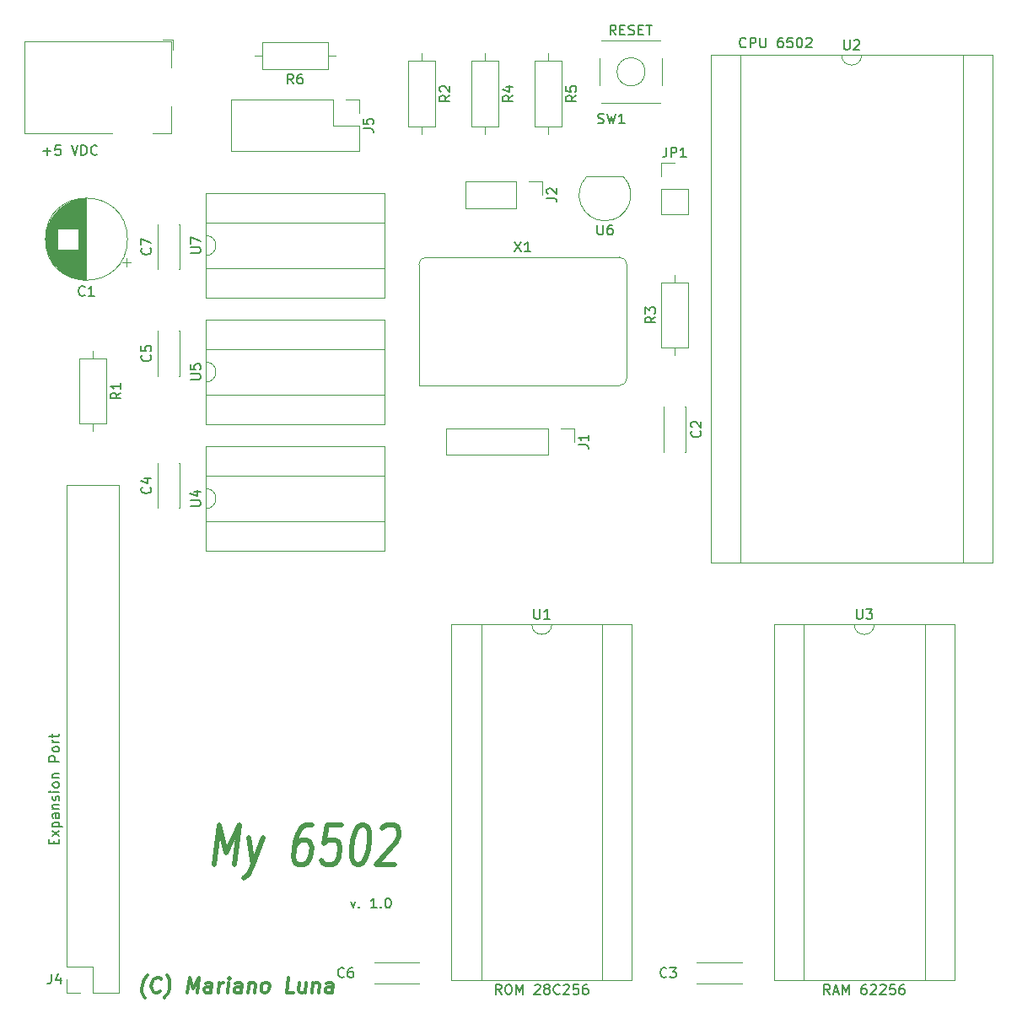
<source format=gto>
G04 #@! TF.GenerationSoftware,KiCad,Pcbnew,(5.1.9-0-10_14)*
G04 #@! TF.CreationDate,2022-09-06T12:43:13-05:00*
G04 #@! TF.ProjectId,My6502,4d793635-3032-42e6-9b69-6361645f7063,rev?*
G04 #@! TF.SameCoordinates,Original*
G04 #@! TF.FileFunction,Legend,Top*
G04 #@! TF.FilePolarity,Positive*
%FSLAX46Y46*%
G04 Gerber Fmt 4.6, Leading zero omitted, Abs format (unit mm)*
G04 Created by KiCad (PCBNEW (5.1.9-0-10_14)) date 2022-09-06 12:43:13*
%MOMM*%
%LPD*%
G01*
G04 APERTURE LIST*
%ADD10C,0.150000*%
%ADD11C,0.300000*%
%ADD12C,0.500000*%
%ADD13C,0.120000*%
G04 APERTURE END LIST*
D10*
X63992380Y-138850714D02*
X64230476Y-139517380D01*
X64468571Y-138850714D01*
X64849523Y-139422142D02*
X64897142Y-139469761D01*
X64849523Y-139517380D01*
X64801904Y-139469761D01*
X64849523Y-139422142D01*
X64849523Y-139517380D01*
X66611428Y-139517380D02*
X66040000Y-139517380D01*
X66325714Y-139517380D02*
X66325714Y-138517380D01*
X66230476Y-138660238D01*
X66135238Y-138755476D01*
X66040000Y-138803095D01*
X67040000Y-139422142D02*
X67087619Y-139469761D01*
X67040000Y-139517380D01*
X66992380Y-139469761D01*
X67040000Y-139422142D01*
X67040000Y-139517380D01*
X67706666Y-138517380D02*
X67801904Y-138517380D01*
X67897142Y-138565000D01*
X67944761Y-138612619D01*
X67992380Y-138707857D01*
X68040000Y-138898333D01*
X68040000Y-139136428D01*
X67992380Y-139326904D01*
X67944761Y-139422142D01*
X67897142Y-139469761D01*
X67801904Y-139517380D01*
X67706666Y-139517380D01*
X67611428Y-139469761D01*
X67563809Y-139422142D01*
X67516190Y-139326904D01*
X67468571Y-139136428D01*
X67468571Y-138898333D01*
X67516190Y-138707857D01*
X67563809Y-138612619D01*
X67611428Y-138565000D01*
X67706666Y-138517380D01*
D11*
X43334642Y-148570000D02*
X43272142Y-148498571D01*
X43156071Y-148284285D01*
X43102499Y-148141428D01*
X43057857Y-147927142D01*
X43031071Y-147570000D01*
X43066785Y-147284285D01*
X43182857Y-146927142D01*
X43281071Y-146712857D01*
X43370357Y-146570000D01*
X43539999Y-146355714D01*
X43620357Y-146284285D01*
X44852499Y-147855714D02*
X44772142Y-147927142D01*
X44548928Y-147998571D01*
X44406071Y-147998571D01*
X44200714Y-147927142D01*
X44075714Y-147784285D01*
X44022142Y-147641428D01*
X43986428Y-147355714D01*
X44013214Y-147141428D01*
X44120357Y-146855714D01*
X44209642Y-146712857D01*
X44370357Y-146570000D01*
X44593571Y-146498571D01*
X44736428Y-146498571D01*
X44941785Y-146570000D01*
X45004285Y-146641428D01*
X45263214Y-148570000D02*
X45343571Y-148498571D01*
X45513214Y-148284285D01*
X45602499Y-148141428D01*
X45700714Y-147927142D01*
X45816785Y-147570000D01*
X45852499Y-147284285D01*
X45825714Y-146927142D01*
X45781071Y-146712857D01*
X45727499Y-146570000D01*
X45611428Y-146355714D01*
X45548928Y-146284285D01*
X47620357Y-147998571D02*
X47807857Y-146498571D01*
X48173928Y-147570000D01*
X48807857Y-146498571D01*
X48620357Y-147998571D01*
X49977499Y-147998571D02*
X50075714Y-147212857D01*
X50022142Y-147070000D01*
X49888214Y-146998571D01*
X49602499Y-146998571D01*
X49450714Y-147070000D01*
X49986428Y-147927142D02*
X49834642Y-147998571D01*
X49477499Y-147998571D01*
X49343571Y-147927142D01*
X49289999Y-147784285D01*
X49307857Y-147641428D01*
X49397142Y-147498571D01*
X49548928Y-147427142D01*
X49906071Y-147427142D01*
X50057857Y-147355714D01*
X50691785Y-147998571D02*
X50816785Y-146998571D01*
X50781071Y-147284285D02*
X50870357Y-147141428D01*
X50950714Y-147070000D01*
X51102499Y-146998571D01*
X51245357Y-146998571D01*
X51620357Y-147998571D02*
X51745357Y-146998571D01*
X51807857Y-146498571D02*
X51727499Y-146570000D01*
X51789999Y-146641428D01*
X51870357Y-146570000D01*
X51807857Y-146498571D01*
X51789999Y-146641428D01*
X52977499Y-147998571D02*
X53075714Y-147212857D01*
X53022142Y-147070000D01*
X52888214Y-146998571D01*
X52602499Y-146998571D01*
X52450714Y-147070000D01*
X52986428Y-147927142D02*
X52834642Y-147998571D01*
X52477499Y-147998571D01*
X52343571Y-147927142D01*
X52289999Y-147784285D01*
X52307857Y-147641428D01*
X52397142Y-147498571D01*
X52548928Y-147427142D01*
X52906071Y-147427142D01*
X53057857Y-147355714D01*
X53816785Y-146998571D02*
X53691785Y-147998571D01*
X53798928Y-147141428D02*
X53879285Y-147070000D01*
X54031071Y-146998571D01*
X54245357Y-146998571D01*
X54379285Y-147070000D01*
X54432857Y-147212857D01*
X54334642Y-147998571D01*
X55263214Y-147998571D02*
X55129285Y-147927142D01*
X55066785Y-147855714D01*
X55013214Y-147712857D01*
X55066785Y-147284285D01*
X55156071Y-147141428D01*
X55236428Y-147070000D01*
X55388214Y-146998571D01*
X55602499Y-146998571D01*
X55736428Y-147070000D01*
X55798928Y-147141428D01*
X55852499Y-147284285D01*
X55798928Y-147712857D01*
X55709642Y-147855714D01*
X55629285Y-147927142D01*
X55477499Y-147998571D01*
X55263214Y-147998571D01*
X58263214Y-147998571D02*
X57548928Y-147998571D01*
X57736428Y-146498571D01*
X59531071Y-146998571D02*
X59406071Y-147998571D01*
X58888214Y-146998571D02*
X58789999Y-147784285D01*
X58843571Y-147927142D01*
X58977499Y-147998571D01*
X59191785Y-147998571D01*
X59343571Y-147927142D01*
X59423928Y-147855714D01*
X60245357Y-146998571D02*
X60120357Y-147998571D01*
X60227499Y-147141428D02*
X60307857Y-147070000D01*
X60459642Y-146998571D01*
X60673928Y-146998571D01*
X60807857Y-147070000D01*
X60861428Y-147212857D01*
X60763214Y-147998571D01*
X62120357Y-147998571D02*
X62218571Y-147212857D01*
X62164999Y-147070000D01*
X62031071Y-146998571D01*
X61745357Y-146998571D01*
X61593571Y-147070000D01*
X62129285Y-147927142D02*
X61977499Y-147998571D01*
X61620357Y-147998571D01*
X61486428Y-147927142D01*
X61432857Y-147784285D01*
X61450714Y-147641428D01*
X61539999Y-147498571D01*
X61691785Y-147427142D01*
X62048928Y-147427142D01*
X62200714Y-147355714D01*
D12*
X50298184Y-135159523D02*
X50798184Y-131159523D01*
X51441041Y-134016666D01*
X52798184Y-131159523D01*
X52298184Y-135159523D01*
X53774375Y-132492857D02*
X54155327Y-135159523D01*
X55202946Y-132492857D02*
X54155327Y-135159523D01*
X53750565Y-136111904D01*
X53583898Y-136302380D01*
X53274375Y-136492857D01*
X60083898Y-131159523D02*
X59512470Y-131159523D01*
X59202946Y-131350000D01*
X59036279Y-131540476D01*
X58679136Y-132111904D01*
X58441041Y-132873809D01*
X58250565Y-134397619D01*
X58345803Y-134778571D01*
X58464851Y-134969047D01*
X58726755Y-135159523D01*
X59298184Y-135159523D01*
X59607708Y-134969047D01*
X59774375Y-134778571D01*
X59964851Y-134397619D01*
X60083898Y-133445238D01*
X59988660Y-133064285D01*
X59869613Y-132873809D01*
X59607708Y-132683333D01*
X59036279Y-132683333D01*
X58726755Y-132873809D01*
X58560089Y-133064285D01*
X58369613Y-133445238D01*
X63083898Y-131159523D02*
X61655327Y-131159523D01*
X61274375Y-133064285D01*
X61441041Y-132873809D01*
X61750565Y-132683333D01*
X62464851Y-132683333D01*
X62726755Y-132873809D01*
X62845803Y-133064285D01*
X62941041Y-133445238D01*
X62821994Y-134397619D01*
X62631517Y-134778571D01*
X62464851Y-134969047D01*
X62155327Y-135159523D01*
X61441041Y-135159523D01*
X61179136Y-134969047D01*
X61060089Y-134778571D01*
X65083898Y-131159523D02*
X65369613Y-131159523D01*
X65631517Y-131350000D01*
X65750565Y-131540476D01*
X65845803Y-131921428D01*
X65893422Y-132683333D01*
X65774375Y-133635714D01*
X65536279Y-134397619D01*
X65345803Y-134778571D01*
X65179136Y-134969047D01*
X64869613Y-135159523D01*
X64583898Y-135159523D01*
X64321994Y-134969047D01*
X64202946Y-134778571D01*
X64107708Y-134397619D01*
X64060089Y-133635714D01*
X64179136Y-132683333D01*
X64417232Y-131921428D01*
X64607708Y-131540476D01*
X64774375Y-131350000D01*
X65083898Y-131159523D01*
X67179136Y-131540476D02*
X67345803Y-131350000D01*
X67655327Y-131159523D01*
X68369613Y-131159523D01*
X68631517Y-131350000D01*
X68750565Y-131540476D01*
X68845803Y-131921428D01*
X68798184Y-132302380D01*
X68583898Y-132873809D01*
X66583898Y-135159523D01*
X68441041Y-135159523D01*
D13*
X114570000Y-111065000D02*
X109510000Y-111065000D01*
X109510000Y-111065000D02*
X109510000Y-146745000D01*
X109510000Y-146745000D02*
X121630000Y-146745000D01*
X121630000Y-146745000D02*
X121630000Y-111065000D01*
X121630000Y-111065000D02*
X116570000Y-111065000D01*
X106510000Y-111005000D02*
X106510000Y-146805000D01*
X106510000Y-146805000D02*
X124630000Y-146805000D01*
X124630000Y-146805000D02*
X124630000Y-111005000D01*
X124630000Y-111005000D02*
X106510000Y-111005000D01*
X116570000Y-111065000D02*
G75*
G02*
X114570000Y-111065000I-1000000J0D01*
G01*
X41590000Y-72390000D02*
G75*
G03*
X41590000Y-72390000I-4120000J0D01*
G01*
X37470000Y-76470000D02*
X37470000Y-68310000D01*
X37430000Y-76470000D02*
X37430000Y-68310000D01*
X37390000Y-76470000D02*
X37390000Y-68310000D01*
X37350000Y-76469000D02*
X37350000Y-68311000D01*
X37310000Y-76467000D02*
X37310000Y-68313000D01*
X37270000Y-76466000D02*
X37270000Y-68314000D01*
X37230000Y-76464000D02*
X37230000Y-68316000D01*
X37190000Y-76461000D02*
X37190000Y-68319000D01*
X37150000Y-76458000D02*
X37150000Y-68322000D01*
X37110000Y-76455000D02*
X37110000Y-68325000D01*
X37070000Y-76451000D02*
X37070000Y-68329000D01*
X37030000Y-76447000D02*
X37030000Y-68333000D01*
X36990000Y-76442000D02*
X36990000Y-68338000D01*
X36950000Y-76438000D02*
X36950000Y-68342000D01*
X36910000Y-76432000D02*
X36910000Y-68348000D01*
X36870000Y-76427000D02*
X36870000Y-68353000D01*
X36830000Y-76420000D02*
X36830000Y-68360000D01*
X36790000Y-76414000D02*
X36790000Y-68366000D01*
X36749000Y-76407000D02*
X36749000Y-68373000D01*
X36709000Y-76400000D02*
X36709000Y-68380000D01*
X36669000Y-76392000D02*
X36669000Y-68388000D01*
X36629000Y-76384000D02*
X36629000Y-68396000D01*
X36589000Y-76375000D02*
X36589000Y-73430000D01*
X36589000Y-71350000D02*
X36589000Y-68405000D01*
X36549000Y-76366000D02*
X36549000Y-73430000D01*
X36549000Y-71350000D02*
X36549000Y-68414000D01*
X36509000Y-76357000D02*
X36509000Y-73430000D01*
X36509000Y-71350000D02*
X36509000Y-68423000D01*
X36469000Y-76347000D02*
X36469000Y-73430000D01*
X36469000Y-71350000D02*
X36469000Y-68433000D01*
X36429000Y-76337000D02*
X36429000Y-73430000D01*
X36429000Y-71350000D02*
X36429000Y-68443000D01*
X36389000Y-76326000D02*
X36389000Y-73430000D01*
X36389000Y-71350000D02*
X36389000Y-68454000D01*
X36349000Y-76315000D02*
X36349000Y-73430000D01*
X36349000Y-71350000D02*
X36349000Y-68465000D01*
X36309000Y-76304000D02*
X36309000Y-73430000D01*
X36309000Y-71350000D02*
X36309000Y-68476000D01*
X36269000Y-76292000D02*
X36269000Y-73430000D01*
X36269000Y-71350000D02*
X36269000Y-68488000D01*
X36229000Y-76279000D02*
X36229000Y-73430000D01*
X36229000Y-71350000D02*
X36229000Y-68501000D01*
X36189000Y-76267000D02*
X36189000Y-73430000D01*
X36189000Y-71350000D02*
X36189000Y-68513000D01*
X36149000Y-76253000D02*
X36149000Y-73430000D01*
X36149000Y-71350000D02*
X36149000Y-68527000D01*
X36109000Y-76240000D02*
X36109000Y-73430000D01*
X36109000Y-71350000D02*
X36109000Y-68540000D01*
X36069000Y-76225000D02*
X36069000Y-73430000D01*
X36069000Y-71350000D02*
X36069000Y-68555000D01*
X36029000Y-76211000D02*
X36029000Y-73430000D01*
X36029000Y-71350000D02*
X36029000Y-68569000D01*
X35989000Y-76195000D02*
X35989000Y-73430000D01*
X35989000Y-71350000D02*
X35989000Y-68585000D01*
X35949000Y-76180000D02*
X35949000Y-73430000D01*
X35949000Y-71350000D02*
X35949000Y-68600000D01*
X35909000Y-76164000D02*
X35909000Y-73430000D01*
X35909000Y-71350000D02*
X35909000Y-68616000D01*
X35869000Y-76147000D02*
X35869000Y-73430000D01*
X35869000Y-71350000D02*
X35869000Y-68633000D01*
X35829000Y-76130000D02*
X35829000Y-73430000D01*
X35829000Y-71350000D02*
X35829000Y-68650000D01*
X35789000Y-76112000D02*
X35789000Y-73430000D01*
X35789000Y-71350000D02*
X35789000Y-68668000D01*
X35749000Y-76094000D02*
X35749000Y-73430000D01*
X35749000Y-71350000D02*
X35749000Y-68686000D01*
X35709000Y-76076000D02*
X35709000Y-73430000D01*
X35709000Y-71350000D02*
X35709000Y-68704000D01*
X35669000Y-76056000D02*
X35669000Y-73430000D01*
X35669000Y-71350000D02*
X35669000Y-68724000D01*
X35629000Y-76037000D02*
X35629000Y-73430000D01*
X35629000Y-71350000D02*
X35629000Y-68743000D01*
X35589000Y-76017000D02*
X35589000Y-73430000D01*
X35589000Y-71350000D02*
X35589000Y-68763000D01*
X35549000Y-75996000D02*
X35549000Y-73430000D01*
X35549000Y-71350000D02*
X35549000Y-68784000D01*
X35509000Y-75974000D02*
X35509000Y-73430000D01*
X35509000Y-71350000D02*
X35509000Y-68806000D01*
X35469000Y-75952000D02*
X35469000Y-73430000D01*
X35469000Y-71350000D02*
X35469000Y-68828000D01*
X35429000Y-75930000D02*
X35429000Y-73430000D01*
X35429000Y-71350000D02*
X35429000Y-68850000D01*
X35389000Y-75907000D02*
X35389000Y-73430000D01*
X35389000Y-71350000D02*
X35389000Y-68873000D01*
X35349000Y-75883000D02*
X35349000Y-73430000D01*
X35349000Y-71350000D02*
X35349000Y-68897000D01*
X35309000Y-75859000D02*
X35309000Y-73430000D01*
X35309000Y-71350000D02*
X35309000Y-68921000D01*
X35269000Y-75834000D02*
X35269000Y-73430000D01*
X35269000Y-71350000D02*
X35269000Y-68946000D01*
X35229000Y-75808000D02*
X35229000Y-73430000D01*
X35229000Y-71350000D02*
X35229000Y-68972000D01*
X35189000Y-75782000D02*
X35189000Y-73430000D01*
X35189000Y-71350000D02*
X35189000Y-68998000D01*
X35149000Y-75755000D02*
X35149000Y-73430000D01*
X35149000Y-71350000D02*
X35149000Y-69025000D01*
X35109000Y-75728000D02*
X35109000Y-73430000D01*
X35109000Y-71350000D02*
X35109000Y-69052000D01*
X35069000Y-75699000D02*
X35069000Y-73430000D01*
X35069000Y-71350000D02*
X35069000Y-69081000D01*
X35029000Y-75670000D02*
X35029000Y-73430000D01*
X35029000Y-71350000D02*
X35029000Y-69110000D01*
X34989000Y-75640000D02*
X34989000Y-73430000D01*
X34989000Y-71350000D02*
X34989000Y-69140000D01*
X34949000Y-75610000D02*
X34949000Y-73430000D01*
X34949000Y-71350000D02*
X34949000Y-69170000D01*
X34909000Y-75579000D02*
X34909000Y-73430000D01*
X34909000Y-71350000D02*
X34909000Y-69201000D01*
X34869000Y-75546000D02*
X34869000Y-73430000D01*
X34869000Y-71350000D02*
X34869000Y-69234000D01*
X34829000Y-75514000D02*
X34829000Y-73430000D01*
X34829000Y-71350000D02*
X34829000Y-69266000D01*
X34789000Y-75480000D02*
X34789000Y-73430000D01*
X34789000Y-71350000D02*
X34789000Y-69300000D01*
X34749000Y-75445000D02*
X34749000Y-73430000D01*
X34749000Y-71350000D02*
X34749000Y-69335000D01*
X34709000Y-75409000D02*
X34709000Y-73430000D01*
X34709000Y-71350000D02*
X34709000Y-69371000D01*
X34669000Y-75373000D02*
X34669000Y-73430000D01*
X34669000Y-71350000D02*
X34669000Y-69407000D01*
X34629000Y-75335000D02*
X34629000Y-73430000D01*
X34629000Y-71350000D02*
X34629000Y-69445000D01*
X34589000Y-75297000D02*
X34589000Y-73430000D01*
X34589000Y-71350000D02*
X34589000Y-69483000D01*
X34549000Y-75257000D02*
X34549000Y-73430000D01*
X34549000Y-71350000D02*
X34549000Y-69523000D01*
X34509000Y-75216000D02*
X34509000Y-69564000D01*
X34469000Y-75174000D02*
X34469000Y-69606000D01*
X34429000Y-75131000D02*
X34429000Y-69649000D01*
X34389000Y-75087000D02*
X34389000Y-69693000D01*
X34349000Y-75041000D02*
X34349000Y-69739000D01*
X34309000Y-74994000D02*
X34309000Y-69786000D01*
X34269000Y-74946000D02*
X34269000Y-69834000D01*
X34229000Y-74895000D02*
X34229000Y-69885000D01*
X34189000Y-74844000D02*
X34189000Y-69936000D01*
X34149000Y-74790000D02*
X34149000Y-69990000D01*
X34109000Y-74735000D02*
X34109000Y-70045000D01*
X34069000Y-74677000D02*
X34069000Y-70103000D01*
X34029000Y-74618000D02*
X34029000Y-70162000D01*
X33989000Y-74556000D02*
X33989000Y-70224000D01*
X33949000Y-74492000D02*
X33949000Y-70288000D01*
X33909000Y-74424000D02*
X33909000Y-70356000D01*
X33869000Y-74354000D02*
X33869000Y-70426000D01*
X33829000Y-74280000D02*
X33829000Y-70500000D01*
X33789000Y-74203000D02*
X33789000Y-70577000D01*
X33749000Y-74121000D02*
X33749000Y-70659000D01*
X33709000Y-74035000D02*
X33709000Y-70745000D01*
X33669000Y-73942000D02*
X33669000Y-70838000D01*
X33629000Y-73843000D02*
X33629000Y-70937000D01*
X33589000Y-73736000D02*
X33589000Y-71044000D01*
X33549000Y-73619000D02*
X33549000Y-71161000D01*
X33509000Y-73488000D02*
X33509000Y-71292000D01*
X33469000Y-73338000D02*
X33469000Y-71442000D01*
X33429000Y-73158000D02*
X33429000Y-71622000D01*
X33389000Y-72923000D02*
X33389000Y-71857000D01*
X41879698Y-74705000D02*
X41079698Y-74705000D01*
X41479698Y-75105000D02*
X41479698Y-74305000D01*
X97590000Y-89210000D02*
X97590000Y-93750000D01*
X95450000Y-89210000D02*
X95450000Y-93750000D01*
X97590000Y-89210000D02*
X97575000Y-89210000D01*
X95465000Y-89210000D02*
X95450000Y-89210000D01*
X97590000Y-93750000D02*
X97575000Y-93750000D01*
X95465000Y-93750000D02*
X95450000Y-93750000D01*
X103275000Y-147105000D02*
X103275000Y-147120000D01*
X103275000Y-144980000D02*
X103275000Y-144995000D01*
X98735000Y-147105000D02*
X98735000Y-147120000D01*
X98735000Y-144980000D02*
X98735000Y-144995000D01*
X98735000Y-147120000D02*
X103275000Y-147120000D01*
X98735000Y-144980000D02*
X103275000Y-144980000D01*
X44650000Y-99385000D02*
X44650000Y-94845000D01*
X46790000Y-99385000D02*
X46790000Y-94845000D01*
X44650000Y-99385000D02*
X44665000Y-99385000D01*
X46775000Y-99385000D02*
X46790000Y-99385000D01*
X44650000Y-94845000D02*
X44665000Y-94845000D01*
X46775000Y-94845000D02*
X46790000Y-94845000D01*
X46775000Y-81590000D02*
X46790000Y-81590000D01*
X44650000Y-81590000D02*
X44665000Y-81590000D01*
X46775000Y-86130000D02*
X46790000Y-86130000D01*
X44650000Y-86130000D02*
X44665000Y-86130000D01*
X46790000Y-86130000D02*
X46790000Y-81590000D01*
X44650000Y-86130000D02*
X44650000Y-81590000D01*
X66350000Y-144980000D02*
X70890000Y-144980000D01*
X66350000Y-147120000D02*
X70890000Y-147120000D01*
X66350000Y-144980000D02*
X66350000Y-144995000D01*
X66350000Y-147105000D02*
X66350000Y-147120000D01*
X70890000Y-144980000D02*
X70890000Y-144995000D01*
X70890000Y-147105000D02*
X70890000Y-147120000D01*
X46775000Y-70875000D02*
X46790000Y-70875000D01*
X44650000Y-70875000D02*
X44665000Y-70875000D01*
X46775000Y-75415000D02*
X46790000Y-75415000D01*
X44650000Y-75415000D02*
X44665000Y-75415000D01*
X46790000Y-75415000D02*
X46790000Y-70875000D01*
X44650000Y-75415000D02*
X44650000Y-70875000D01*
X73600000Y-91380000D02*
X73600000Y-94040000D01*
X83820000Y-91380000D02*
X73600000Y-91380000D01*
X83820000Y-94040000D02*
X73600000Y-94040000D01*
X83820000Y-91380000D02*
X83820000Y-94040000D01*
X85090000Y-91380000D02*
X86420000Y-91380000D01*
X86420000Y-91380000D02*
X86420000Y-92710000D01*
X75505000Y-66615000D02*
X75505000Y-69275000D01*
X80645000Y-66615000D02*
X75505000Y-66615000D01*
X80645000Y-69275000D02*
X75505000Y-69275000D01*
X80645000Y-66615000D02*
X80645000Y-69275000D01*
X81915000Y-66615000D02*
X83245000Y-66615000D01*
X83245000Y-66615000D02*
X83245000Y-67945000D01*
X46185000Y-53400000D02*
X46185000Y-52350000D01*
X45135000Y-52350000D02*
X46185000Y-52350000D01*
X40085000Y-61750000D02*
X31285000Y-61750000D01*
X31285000Y-61750000D02*
X31285000Y-52550000D01*
X45985000Y-59050000D02*
X45985000Y-61750000D01*
X45985000Y-61750000D02*
X44085000Y-61750000D01*
X31285000Y-52550000D02*
X45985000Y-52550000D01*
X45985000Y-52550000D02*
X45985000Y-55150000D01*
X40700000Y-148015000D02*
X38100000Y-148015000D01*
X40700000Y-148015000D02*
X40700000Y-97095000D01*
X40700000Y-97095000D02*
X35500000Y-97095000D01*
X35500000Y-145415000D02*
X35500000Y-97095000D01*
X38100000Y-145415000D02*
X35500000Y-145415000D01*
X38100000Y-148015000D02*
X38100000Y-145415000D01*
X35500000Y-148015000D02*
X35500000Y-146685000D01*
X36830000Y-148015000D02*
X35500000Y-148015000D01*
X52010000Y-58360000D02*
X52010000Y-63560000D01*
X62230000Y-58360000D02*
X52010000Y-58360000D01*
X64830000Y-63560000D02*
X52010000Y-63560000D01*
X62230000Y-58360000D02*
X62230000Y-60960000D01*
X62230000Y-60960000D02*
X64830000Y-60960000D01*
X64830000Y-60960000D02*
X64830000Y-63560000D01*
X63500000Y-58360000D02*
X64830000Y-58360000D01*
X64830000Y-58360000D02*
X64830000Y-59690000D01*
X95190000Y-69910000D02*
X97850000Y-69910000D01*
X95190000Y-67310000D02*
X95190000Y-69910000D01*
X97850000Y-67310000D02*
X97850000Y-69910000D01*
X95190000Y-67310000D02*
X97850000Y-67310000D01*
X95190000Y-66040000D02*
X95190000Y-64710000D01*
X95190000Y-64710000D02*
X96520000Y-64710000D01*
X38100000Y-91670000D02*
X38100000Y-90900000D01*
X38100000Y-83590000D02*
X38100000Y-84360000D01*
X39470000Y-90900000D02*
X39470000Y-84360000D01*
X36730000Y-90900000D02*
X39470000Y-90900000D01*
X36730000Y-84360000D02*
X36730000Y-90900000D01*
X39470000Y-84360000D02*
X36730000Y-84360000D01*
X72490000Y-54515000D02*
X69750000Y-54515000D01*
X69750000Y-54515000D02*
X69750000Y-61055000D01*
X69750000Y-61055000D02*
X72490000Y-61055000D01*
X72490000Y-61055000D02*
X72490000Y-54515000D01*
X71120000Y-53745000D02*
X71120000Y-54515000D01*
X71120000Y-61825000D02*
X71120000Y-61055000D01*
X95150000Y-83280000D02*
X97890000Y-83280000D01*
X97890000Y-83280000D02*
X97890000Y-76740000D01*
X97890000Y-76740000D02*
X95150000Y-76740000D01*
X95150000Y-76740000D02*
X95150000Y-83280000D01*
X96520000Y-84050000D02*
X96520000Y-83280000D01*
X96520000Y-75970000D02*
X96520000Y-76740000D01*
X77470000Y-61825000D02*
X77470000Y-61055000D01*
X77470000Y-53745000D02*
X77470000Y-54515000D01*
X78840000Y-61055000D02*
X78840000Y-54515000D01*
X76100000Y-61055000D02*
X78840000Y-61055000D01*
X76100000Y-54515000D02*
X76100000Y-61055000D01*
X78840000Y-54515000D02*
X76100000Y-54515000D01*
X85190000Y-54515000D02*
X82450000Y-54515000D01*
X82450000Y-54515000D02*
X82450000Y-61055000D01*
X82450000Y-61055000D02*
X85190000Y-61055000D01*
X85190000Y-61055000D02*
X85190000Y-54515000D01*
X83820000Y-53745000D02*
X83820000Y-54515000D01*
X83820000Y-61825000D02*
X83820000Y-61055000D01*
X54380000Y-53975000D02*
X55150000Y-53975000D01*
X62460000Y-53975000D02*
X61690000Y-53975000D01*
X55150000Y-55345000D02*
X61690000Y-55345000D01*
X55150000Y-52605000D02*
X55150000Y-55345000D01*
X61690000Y-52605000D02*
X55150000Y-52605000D01*
X61690000Y-55345000D02*
X61690000Y-52605000D01*
X93564214Y-55590000D02*
G75*
G03*
X93564214Y-55590000I-1414214J0D01*
G01*
X89180000Y-58710000D02*
X95120000Y-58710000D01*
X89180000Y-52470000D02*
X95120000Y-52470000D01*
X89030000Y-56930000D02*
X89030000Y-54250000D01*
X95270000Y-54250000D02*
X95270000Y-56930000D01*
X92245000Y-111005000D02*
X74125000Y-111005000D01*
X92245000Y-146805000D02*
X92245000Y-111005000D01*
X74125000Y-146805000D02*
X92245000Y-146805000D01*
X74125000Y-111005000D02*
X74125000Y-146805000D01*
X89245000Y-111065000D02*
X84185000Y-111065000D01*
X89245000Y-146745000D02*
X89245000Y-111065000D01*
X77125000Y-146745000D02*
X89245000Y-146745000D01*
X77125000Y-111065000D02*
X77125000Y-146745000D01*
X82185000Y-111065000D02*
X77125000Y-111065000D01*
X84185000Y-111065000D02*
G75*
G02*
X82185000Y-111065000I-1000000J0D01*
G01*
X113300000Y-53915000D02*
X103160000Y-53915000D01*
X103160000Y-53915000D02*
X103160000Y-104835000D01*
X103160000Y-104835000D02*
X125440000Y-104835000D01*
X125440000Y-104835000D02*
X125440000Y-53915000D01*
X125440000Y-53915000D02*
X115300000Y-53915000D01*
X100160000Y-53855000D02*
X100160000Y-104895000D01*
X100160000Y-104895000D02*
X128440000Y-104895000D01*
X128440000Y-104895000D02*
X128440000Y-53855000D01*
X128440000Y-53855000D02*
X100160000Y-53855000D01*
X115300000Y-53915000D02*
G75*
G02*
X113300000Y-53915000I-1000000J0D01*
G01*
X49470000Y-99425000D02*
X49470000Y-100675000D01*
X49470000Y-100675000D02*
X67370000Y-100675000D01*
X67370000Y-100675000D02*
X67370000Y-96175000D01*
X67370000Y-96175000D02*
X49470000Y-96175000D01*
X49470000Y-96175000D02*
X49470000Y-97425000D01*
X49410000Y-103675000D02*
X67430000Y-103675000D01*
X67430000Y-103675000D02*
X67430000Y-93175000D01*
X67430000Y-93175000D02*
X49410000Y-93175000D01*
X49410000Y-93175000D02*
X49410000Y-103675000D01*
X49470000Y-97425000D02*
G75*
G02*
X49470000Y-99425000I0J-1000000D01*
G01*
X49410000Y-80475000D02*
X49410000Y-90975000D01*
X67430000Y-80475000D02*
X49410000Y-80475000D01*
X67430000Y-90975000D02*
X67430000Y-80475000D01*
X49410000Y-90975000D02*
X67430000Y-90975000D01*
X49470000Y-83475000D02*
X49470000Y-84725000D01*
X67370000Y-83475000D02*
X49470000Y-83475000D01*
X67370000Y-87975000D02*
X67370000Y-83475000D01*
X49470000Y-87975000D02*
X67370000Y-87975000D01*
X49470000Y-86725000D02*
X49470000Y-87975000D01*
X49470000Y-84725000D02*
G75*
G02*
X49470000Y-86725000I0J-1000000D01*
G01*
X91335000Y-66095000D02*
X87735000Y-66095000D01*
X91373478Y-66106522D02*
G75*
G02*
X89535000Y-70545000I-1838478J-1838478D01*
G01*
X87696522Y-66106522D02*
G75*
G03*
X89535000Y-70545000I1838478J-1838478D01*
G01*
X49470000Y-74025000D02*
X49470000Y-75275000D01*
X49470000Y-75275000D02*
X67370000Y-75275000D01*
X67370000Y-75275000D02*
X67370000Y-70775000D01*
X67370000Y-70775000D02*
X49470000Y-70775000D01*
X49470000Y-70775000D02*
X49470000Y-72025000D01*
X49410000Y-78275000D02*
X67430000Y-78275000D01*
X67430000Y-78275000D02*
X67430000Y-67775000D01*
X67430000Y-67775000D02*
X49410000Y-67775000D01*
X49410000Y-67775000D02*
X49410000Y-78275000D01*
X49470000Y-72025000D02*
G75*
G02*
X49470000Y-74025000I0J-1000000D01*
G01*
X70830000Y-74945000D02*
X70830000Y-87095000D01*
X90980000Y-74195000D02*
X71580000Y-74195000D01*
X91730000Y-86345000D02*
X91730000Y-74945000D01*
X70830000Y-87095000D02*
X90980000Y-87095000D01*
X90980000Y-87095000D02*
G75*
G03*
X91730000Y-86345000I0J750000D01*
G01*
X91730000Y-74945000D02*
G75*
G03*
X90980000Y-74195000I-750000J0D01*
G01*
X71580000Y-74195000D02*
G75*
G03*
X70830000Y-74945000I0J-750000D01*
G01*
D10*
X114808095Y-109517380D02*
X114808095Y-110326904D01*
X114855714Y-110422142D01*
X114903333Y-110469761D01*
X114998571Y-110517380D01*
X115189047Y-110517380D01*
X115284285Y-110469761D01*
X115331904Y-110422142D01*
X115379523Y-110326904D01*
X115379523Y-109517380D01*
X115760476Y-109517380D02*
X116379523Y-109517380D01*
X116046190Y-109898333D01*
X116189047Y-109898333D01*
X116284285Y-109945952D01*
X116331904Y-109993571D01*
X116379523Y-110088809D01*
X116379523Y-110326904D01*
X116331904Y-110422142D01*
X116284285Y-110469761D01*
X116189047Y-110517380D01*
X115903333Y-110517380D01*
X115808095Y-110469761D01*
X115760476Y-110422142D01*
X112117619Y-148197380D02*
X111784285Y-147721190D01*
X111546190Y-148197380D02*
X111546190Y-147197380D01*
X111927142Y-147197380D01*
X112022380Y-147245000D01*
X112070000Y-147292619D01*
X112117619Y-147387857D01*
X112117619Y-147530714D01*
X112070000Y-147625952D01*
X112022380Y-147673571D01*
X111927142Y-147721190D01*
X111546190Y-147721190D01*
X112498571Y-147911666D02*
X112974761Y-147911666D01*
X112403333Y-148197380D02*
X112736666Y-147197380D01*
X113070000Y-148197380D01*
X113403333Y-148197380D02*
X113403333Y-147197380D01*
X113736666Y-147911666D01*
X114070000Y-147197380D01*
X114070000Y-148197380D01*
X115736666Y-147197380D02*
X115546190Y-147197380D01*
X115450952Y-147245000D01*
X115403333Y-147292619D01*
X115308095Y-147435476D01*
X115260476Y-147625952D01*
X115260476Y-148006904D01*
X115308095Y-148102142D01*
X115355714Y-148149761D01*
X115450952Y-148197380D01*
X115641428Y-148197380D01*
X115736666Y-148149761D01*
X115784285Y-148102142D01*
X115831904Y-148006904D01*
X115831904Y-147768809D01*
X115784285Y-147673571D01*
X115736666Y-147625952D01*
X115641428Y-147578333D01*
X115450952Y-147578333D01*
X115355714Y-147625952D01*
X115308095Y-147673571D01*
X115260476Y-147768809D01*
X116212857Y-147292619D02*
X116260476Y-147245000D01*
X116355714Y-147197380D01*
X116593809Y-147197380D01*
X116689047Y-147245000D01*
X116736666Y-147292619D01*
X116784285Y-147387857D01*
X116784285Y-147483095D01*
X116736666Y-147625952D01*
X116165238Y-148197380D01*
X116784285Y-148197380D01*
X117165238Y-147292619D02*
X117212857Y-147245000D01*
X117308095Y-147197380D01*
X117546190Y-147197380D01*
X117641428Y-147245000D01*
X117689047Y-147292619D01*
X117736666Y-147387857D01*
X117736666Y-147483095D01*
X117689047Y-147625952D01*
X117117619Y-148197380D01*
X117736666Y-148197380D01*
X118641428Y-147197380D02*
X118165238Y-147197380D01*
X118117619Y-147673571D01*
X118165238Y-147625952D01*
X118260476Y-147578333D01*
X118498571Y-147578333D01*
X118593809Y-147625952D01*
X118641428Y-147673571D01*
X118689047Y-147768809D01*
X118689047Y-148006904D01*
X118641428Y-148102142D01*
X118593809Y-148149761D01*
X118498571Y-148197380D01*
X118260476Y-148197380D01*
X118165238Y-148149761D01*
X118117619Y-148102142D01*
X119546190Y-147197380D02*
X119355714Y-147197380D01*
X119260476Y-147245000D01*
X119212857Y-147292619D01*
X119117619Y-147435476D01*
X119070000Y-147625952D01*
X119070000Y-148006904D01*
X119117619Y-148102142D01*
X119165238Y-148149761D01*
X119260476Y-148197380D01*
X119450952Y-148197380D01*
X119546190Y-148149761D01*
X119593809Y-148102142D01*
X119641428Y-148006904D01*
X119641428Y-147768809D01*
X119593809Y-147673571D01*
X119546190Y-147625952D01*
X119450952Y-147578333D01*
X119260476Y-147578333D01*
X119165238Y-147625952D01*
X119117619Y-147673571D01*
X119070000Y-147768809D01*
X37303333Y-77997142D02*
X37255714Y-78044761D01*
X37112857Y-78092380D01*
X37017619Y-78092380D01*
X36874761Y-78044761D01*
X36779523Y-77949523D01*
X36731904Y-77854285D01*
X36684285Y-77663809D01*
X36684285Y-77520952D01*
X36731904Y-77330476D01*
X36779523Y-77235238D01*
X36874761Y-77140000D01*
X37017619Y-77092380D01*
X37112857Y-77092380D01*
X37255714Y-77140000D01*
X37303333Y-77187619D01*
X38255714Y-78092380D02*
X37684285Y-78092380D01*
X37970000Y-78092380D02*
X37970000Y-77092380D01*
X37874761Y-77235238D01*
X37779523Y-77330476D01*
X37684285Y-77378095D01*
X99077142Y-91646666D02*
X99124761Y-91694285D01*
X99172380Y-91837142D01*
X99172380Y-91932380D01*
X99124761Y-92075238D01*
X99029523Y-92170476D01*
X98934285Y-92218095D01*
X98743809Y-92265714D01*
X98600952Y-92265714D01*
X98410476Y-92218095D01*
X98315238Y-92170476D01*
X98220000Y-92075238D01*
X98172380Y-91932380D01*
X98172380Y-91837142D01*
X98220000Y-91694285D01*
X98267619Y-91646666D01*
X98267619Y-91265714D02*
X98220000Y-91218095D01*
X98172380Y-91122857D01*
X98172380Y-90884761D01*
X98220000Y-90789523D01*
X98267619Y-90741904D01*
X98362857Y-90694285D01*
X98458095Y-90694285D01*
X98600952Y-90741904D01*
X99172380Y-91313333D01*
X99172380Y-90694285D01*
X95718333Y-146407142D02*
X95670714Y-146454761D01*
X95527857Y-146502380D01*
X95432619Y-146502380D01*
X95289761Y-146454761D01*
X95194523Y-146359523D01*
X95146904Y-146264285D01*
X95099285Y-146073809D01*
X95099285Y-145930952D01*
X95146904Y-145740476D01*
X95194523Y-145645238D01*
X95289761Y-145550000D01*
X95432619Y-145502380D01*
X95527857Y-145502380D01*
X95670714Y-145550000D01*
X95718333Y-145597619D01*
X96051666Y-145502380D02*
X96670714Y-145502380D01*
X96337380Y-145883333D01*
X96480238Y-145883333D01*
X96575476Y-145930952D01*
X96623095Y-145978571D01*
X96670714Y-146073809D01*
X96670714Y-146311904D01*
X96623095Y-146407142D01*
X96575476Y-146454761D01*
X96480238Y-146502380D01*
X96194523Y-146502380D01*
X96099285Y-146454761D01*
X96051666Y-146407142D01*
X43877142Y-97281666D02*
X43924761Y-97329285D01*
X43972380Y-97472142D01*
X43972380Y-97567380D01*
X43924761Y-97710238D01*
X43829523Y-97805476D01*
X43734285Y-97853095D01*
X43543809Y-97900714D01*
X43400952Y-97900714D01*
X43210476Y-97853095D01*
X43115238Y-97805476D01*
X43020000Y-97710238D01*
X42972380Y-97567380D01*
X42972380Y-97472142D01*
X43020000Y-97329285D01*
X43067619Y-97281666D01*
X43305714Y-96424523D02*
X43972380Y-96424523D01*
X42924761Y-96662619D02*
X43639047Y-96900714D01*
X43639047Y-96281666D01*
X43877142Y-84026666D02*
X43924761Y-84074285D01*
X43972380Y-84217142D01*
X43972380Y-84312380D01*
X43924761Y-84455238D01*
X43829523Y-84550476D01*
X43734285Y-84598095D01*
X43543809Y-84645714D01*
X43400952Y-84645714D01*
X43210476Y-84598095D01*
X43115238Y-84550476D01*
X43020000Y-84455238D01*
X42972380Y-84312380D01*
X42972380Y-84217142D01*
X43020000Y-84074285D01*
X43067619Y-84026666D01*
X42972380Y-83121904D02*
X42972380Y-83598095D01*
X43448571Y-83645714D01*
X43400952Y-83598095D01*
X43353333Y-83502857D01*
X43353333Y-83264761D01*
X43400952Y-83169523D01*
X43448571Y-83121904D01*
X43543809Y-83074285D01*
X43781904Y-83074285D01*
X43877142Y-83121904D01*
X43924761Y-83169523D01*
X43972380Y-83264761D01*
X43972380Y-83502857D01*
X43924761Y-83598095D01*
X43877142Y-83645714D01*
X63333333Y-146407142D02*
X63285714Y-146454761D01*
X63142857Y-146502380D01*
X63047619Y-146502380D01*
X62904761Y-146454761D01*
X62809523Y-146359523D01*
X62761904Y-146264285D01*
X62714285Y-146073809D01*
X62714285Y-145930952D01*
X62761904Y-145740476D01*
X62809523Y-145645238D01*
X62904761Y-145550000D01*
X63047619Y-145502380D01*
X63142857Y-145502380D01*
X63285714Y-145550000D01*
X63333333Y-145597619D01*
X64190476Y-145502380D02*
X64000000Y-145502380D01*
X63904761Y-145550000D01*
X63857142Y-145597619D01*
X63761904Y-145740476D01*
X63714285Y-145930952D01*
X63714285Y-146311904D01*
X63761904Y-146407142D01*
X63809523Y-146454761D01*
X63904761Y-146502380D01*
X64095238Y-146502380D01*
X64190476Y-146454761D01*
X64238095Y-146407142D01*
X64285714Y-146311904D01*
X64285714Y-146073809D01*
X64238095Y-145978571D01*
X64190476Y-145930952D01*
X64095238Y-145883333D01*
X63904761Y-145883333D01*
X63809523Y-145930952D01*
X63761904Y-145978571D01*
X63714285Y-146073809D01*
X43877142Y-73311666D02*
X43924761Y-73359285D01*
X43972380Y-73502142D01*
X43972380Y-73597380D01*
X43924761Y-73740238D01*
X43829523Y-73835476D01*
X43734285Y-73883095D01*
X43543809Y-73930714D01*
X43400952Y-73930714D01*
X43210476Y-73883095D01*
X43115238Y-73835476D01*
X43020000Y-73740238D01*
X42972380Y-73597380D01*
X42972380Y-73502142D01*
X43020000Y-73359285D01*
X43067619Y-73311666D01*
X42972380Y-72978333D02*
X42972380Y-72311666D01*
X43972380Y-72740238D01*
X86872380Y-93043333D02*
X87586666Y-93043333D01*
X87729523Y-93090952D01*
X87824761Y-93186190D01*
X87872380Y-93329047D01*
X87872380Y-93424285D01*
X87872380Y-92043333D02*
X87872380Y-92614761D01*
X87872380Y-92329047D02*
X86872380Y-92329047D01*
X87015238Y-92424285D01*
X87110476Y-92519523D01*
X87158095Y-92614761D01*
X83697380Y-68278333D02*
X84411666Y-68278333D01*
X84554523Y-68325952D01*
X84649761Y-68421190D01*
X84697380Y-68564047D01*
X84697380Y-68659285D01*
X83792619Y-67849761D02*
X83745000Y-67802142D01*
X83697380Y-67706904D01*
X83697380Y-67468809D01*
X83745000Y-67373571D01*
X83792619Y-67325952D01*
X83887857Y-67278333D01*
X83983095Y-67278333D01*
X84125952Y-67325952D01*
X84697380Y-67897380D01*
X84697380Y-67278333D01*
X33147380Y-63571428D02*
X33909285Y-63571428D01*
X33528333Y-63952380D02*
X33528333Y-63190476D01*
X34861666Y-62952380D02*
X34385476Y-62952380D01*
X34337857Y-63428571D01*
X34385476Y-63380952D01*
X34480714Y-63333333D01*
X34718809Y-63333333D01*
X34814047Y-63380952D01*
X34861666Y-63428571D01*
X34909285Y-63523809D01*
X34909285Y-63761904D01*
X34861666Y-63857142D01*
X34814047Y-63904761D01*
X34718809Y-63952380D01*
X34480714Y-63952380D01*
X34385476Y-63904761D01*
X34337857Y-63857142D01*
X35956904Y-62952380D02*
X36290238Y-63952380D01*
X36623571Y-62952380D01*
X36956904Y-63952380D02*
X36956904Y-62952380D01*
X37195000Y-62952380D01*
X37337857Y-63000000D01*
X37433095Y-63095238D01*
X37480714Y-63190476D01*
X37528333Y-63380952D01*
X37528333Y-63523809D01*
X37480714Y-63714285D01*
X37433095Y-63809523D01*
X37337857Y-63904761D01*
X37195000Y-63952380D01*
X36956904Y-63952380D01*
X38528333Y-63857142D02*
X38480714Y-63904761D01*
X38337857Y-63952380D01*
X38242619Y-63952380D01*
X38099761Y-63904761D01*
X38004523Y-63809523D01*
X37956904Y-63714285D01*
X37909285Y-63523809D01*
X37909285Y-63380952D01*
X37956904Y-63190476D01*
X38004523Y-63095238D01*
X38099761Y-63000000D01*
X38242619Y-62952380D01*
X38337857Y-62952380D01*
X38480714Y-63000000D01*
X38528333Y-63047619D01*
X33956666Y-146137380D02*
X33956666Y-146851666D01*
X33909047Y-146994523D01*
X33813809Y-147089761D01*
X33670952Y-147137380D01*
X33575714Y-147137380D01*
X34861428Y-146470714D02*
X34861428Y-147137380D01*
X34623333Y-146089761D02*
X34385238Y-146804047D01*
X35004285Y-146804047D01*
X34218571Y-133087380D02*
X34218571Y-132754047D01*
X34742380Y-132611190D02*
X34742380Y-133087380D01*
X33742380Y-133087380D01*
X33742380Y-132611190D01*
X34742380Y-132277857D02*
X34075714Y-131754047D01*
X34075714Y-132277857D02*
X34742380Y-131754047D01*
X34075714Y-131373095D02*
X35075714Y-131373095D01*
X34123333Y-131373095D02*
X34075714Y-131277857D01*
X34075714Y-131087380D01*
X34123333Y-130992142D01*
X34170952Y-130944523D01*
X34266190Y-130896904D01*
X34551904Y-130896904D01*
X34647142Y-130944523D01*
X34694761Y-130992142D01*
X34742380Y-131087380D01*
X34742380Y-131277857D01*
X34694761Y-131373095D01*
X34742380Y-130039761D02*
X34218571Y-130039761D01*
X34123333Y-130087380D01*
X34075714Y-130182619D01*
X34075714Y-130373095D01*
X34123333Y-130468333D01*
X34694761Y-130039761D02*
X34742380Y-130135000D01*
X34742380Y-130373095D01*
X34694761Y-130468333D01*
X34599523Y-130515952D01*
X34504285Y-130515952D01*
X34409047Y-130468333D01*
X34361428Y-130373095D01*
X34361428Y-130135000D01*
X34313809Y-130039761D01*
X34075714Y-129563571D02*
X34742380Y-129563571D01*
X34170952Y-129563571D02*
X34123333Y-129515952D01*
X34075714Y-129420714D01*
X34075714Y-129277857D01*
X34123333Y-129182619D01*
X34218571Y-129135000D01*
X34742380Y-129135000D01*
X34694761Y-128706428D02*
X34742380Y-128611190D01*
X34742380Y-128420714D01*
X34694761Y-128325476D01*
X34599523Y-128277857D01*
X34551904Y-128277857D01*
X34456666Y-128325476D01*
X34409047Y-128420714D01*
X34409047Y-128563571D01*
X34361428Y-128658809D01*
X34266190Y-128706428D01*
X34218571Y-128706428D01*
X34123333Y-128658809D01*
X34075714Y-128563571D01*
X34075714Y-128420714D01*
X34123333Y-128325476D01*
X34742380Y-127849285D02*
X34075714Y-127849285D01*
X33742380Y-127849285D02*
X33790000Y-127896904D01*
X33837619Y-127849285D01*
X33790000Y-127801666D01*
X33742380Y-127849285D01*
X33837619Y-127849285D01*
X34742380Y-127230238D02*
X34694761Y-127325476D01*
X34647142Y-127373095D01*
X34551904Y-127420714D01*
X34266190Y-127420714D01*
X34170952Y-127373095D01*
X34123333Y-127325476D01*
X34075714Y-127230238D01*
X34075714Y-127087380D01*
X34123333Y-126992142D01*
X34170952Y-126944523D01*
X34266190Y-126896904D01*
X34551904Y-126896904D01*
X34647142Y-126944523D01*
X34694761Y-126992142D01*
X34742380Y-127087380D01*
X34742380Y-127230238D01*
X34075714Y-126468333D02*
X34742380Y-126468333D01*
X34170952Y-126468333D02*
X34123333Y-126420714D01*
X34075714Y-126325476D01*
X34075714Y-126182619D01*
X34123333Y-126087380D01*
X34218571Y-126039761D01*
X34742380Y-126039761D01*
X34742380Y-124801666D02*
X33742380Y-124801666D01*
X33742380Y-124420714D01*
X33790000Y-124325476D01*
X33837619Y-124277857D01*
X33932857Y-124230238D01*
X34075714Y-124230238D01*
X34170952Y-124277857D01*
X34218571Y-124325476D01*
X34266190Y-124420714D01*
X34266190Y-124801666D01*
X34742380Y-123658809D02*
X34694761Y-123754047D01*
X34647142Y-123801666D01*
X34551904Y-123849285D01*
X34266190Y-123849285D01*
X34170952Y-123801666D01*
X34123333Y-123754047D01*
X34075714Y-123658809D01*
X34075714Y-123515952D01*
X34123333Y-123420714D01*
X34170952Y-123373095D01*
X34266190Y-123325476D01*
X34551904Y-123325476D01*
X34647142Y-123373095D01*
X34694761Y-123420714D01*
X34742380Y-123515952D01*
X34742380Y-123658809D01*
X34742380Y-122896904D02*
X34075714Y-122896904D01*
X34266190Y-122896904D02*
X34170952Y-122849285D01*
X34123333Y-122801666D01*
X34075714Y-122706428D01*
X34075714Y-122611190D01*
X34075714Y-122420714D02*
X34075714Y-122039761D01*
X33742380Y-122277857D02*
X34599523Y-122277857D01*
X34694761Y-122230238D01*
X34742380Y-122135000D01*
X34742380Y-122039761D01*
X65282380Y-61293333D02*
X65996666Y-61293333D01*
X66139523Y-61340952D01*
X66234761Y-61436190D01*
X66282380Y-61579047D01*
X66282380Y-61674285D01*
X65282380Y-60340952D02*
X65282380Y-60817142D01*
X65758571Y-60864761D01*
X65710952Y-60817142D01*
X65663333Y-60721904D01*
X65663333Y-60483809D01*
X65710952Y-60388571D01*
X65758571Y-60340952D01*
X65853809Y-60293333D01*
X66091904Y-60293333D01*
X66187142Y-60340952D01*
X66234761Y-60388571D01*
X66282380Y-60483809D01*
X66282380Y-60721904D01*
X66234761Y-60817142D01*
X66187142Y-60864761D01*
X95686666Y-63162380D02*
X95686666Y-63876666D01*
X95639047Y-64019523D01*
X95543809Y-64114761D01*
X95400952Y-64162380D01*
X95305714Y-64162380D01*
X96162857Y-64162380D02*
X96162857Y-63162380D01*
X96543809Y-63162380D01*
X96639047Y-63210000D01*
X96686666Y-63257619D01*
X96734285Y-63352857D01*
X96734285Y-63495714D01*
X96686666Y-63590952D01*
X96639047Y-63638571D01*
X96543809Y-63686190D01*
X96162857Y-63686190D01*
X97686666Y-64162380D02*
X97115238Y-64162380D01*
X97400952Y-64162380D02*
X97400952Y-63162380D01*
X97305714Y-63305238D01*
X97210476Y-63400476D01*
X97115238Y-63448095D01*
X40922380Y-87796666D02*
X40446190Y-88130000D01*
X40922380Y-88368095D02*
X39922380Y-88368095D01*
X39922380Y-87987142D01*
X39970000Y-87891904D01*
X40017619Y-87844285D01*
X40112857Y-87796666D01*
X40255714Y-87796666D01*
X40350952Y-87844285D01*
X40398571Y-87891904D01*
X40446190Y-87987142D01*
X40446190Y-88368095D01*
X40922380Y-86844285D02*
X40922380Y-87415714D01*
X40922380Y-87130000D02*
X39922380Y-87130000D01*
X40065238Y-87225238D01*
X40160476Y-87320476D01*
X40208095Y-87415714D01*
X73942380Y-57951666D02*
X73466190Y-58285000D01*
X73942380Y-58523095D02*
X72942380Y-58523095D01*
X72942380Y-58142142D01*
X72990000Y-58046904D01*
X73037619Y-57999285D01*
X73132857Y-57951666D01*
X73275714Y-57951666D01*
X73370952Y-57999285D01*
X73418571Y-58046904D01*
X73466190Y-58142142D01*
X73466190Y-58523095D01*
X73037619Y-57570714D02*
X72990000Y-57523095D01*
X72942380Y-57427857D01*
X72942380Y-57189761D01*
X72990000Y-57094523D01*
X73037619Y-57046904D01*
X73132857Y-56999285D01*
X73228095Y-56999285D01*
X73370952Y-57046904D01*
X73942380Y-57618333D01*
X73942380Y-56999285D01*
X94602380Y-80176666D02*
X94126190Y-80510000D01*
X94602380Y-80748095D02*
X93602380Y-80748095D01*
X93602380Y-80367142D01*
X93650000Y-80271904D01*
X93697619Y-80224285D01*
X93792857Y-80176666D01*
X93935714Y-80176666D01*
X94030952Y-80224285D01*
X94078571Y-80271904D01*
X94126190Y-80367142D01*
X94126190Y-80748095D01*
X93602380Y-79843333D02*
X93602380Y-79224285D01*
X93983333Y-79557619D01*
X93983333Y-79414761D01*
X94030952Y-79319523D01*
X94078571Y-79271904D01*
X94173809Y-79224285D01*
X94411904Y-79224285D01*
X94507142Y-79271904D01*
X94554761Y-79319523D01*
X94602380Y-79414761D01*
X94602380Y-79700476D01*
X94554761Y-79795714D01*
X94507142Y-79843333D01*
X80292380Y-57951666D02*
X79816190Y-58285000D01*
X80292380Y-58523095D02*
X79292380Y-58523095D01*
X79292380Y-58142142D01*
X79340000Y-58046904D01*
X79387619Y-57999285D01*
X79482857Y-57951666D01*
X79625714Y-57951666D01*
X79720952Y-57999285D01*
X79768571Y-58046904D01*
X79816190Y-58142142D01*
X79816190Y-58523095D01*
X79625714Y-57094523D02*
X80292380Y-57094523D01*
X79244761Y-57332619D02*
X79959047Y-57570714D01*
X79959047Y-56951666D01*
X86642380Y-57951666D02*
X86166190Y-58285000D01*
X86642380Y-58523095D02*
X85642380Y-58523095D01*
X85642380Y-58142142D01*
X85690000Y-58046904D01*
X85737619Y-57999285D01*
X85832857Y-57951666D01*
X85975714Y-57951666D01*
X86070952Y-57999285D01*
X86118571Y-58046904D01*
X86166190Y-58142142D01*
X86166190Y-58523095D01*
X85642380Y-57046904D02*
X85642380Y-57523095D01*
X86118571Y-57570714D01*
X86070952Y-57523095D01*
X86023333Y-57427857D01*
X86023333Y-57189761D01*
X86070952Y-57094523D01*
X86118571Y-57046904D01*
X86213809Y-56999285D01*
X86451904Y-56999285D01*
X86547142Y-57046904D01*
X86594761Y-57094523D01*
X86642380Y-57189761D01*
X86642380Y-57427857D01*
X86594761Y-57523095D01*
X86547142Y-57570714D01*
X58253333Y-56797380D02*
X57920000Y-56321190D01*
X57681904Y-56797380D02*
X57681904Y-55797380D01*
X58062857Y-55797380D01*
X58158095Y-55845000D01*
X58205714Y-55892619D01*
X58253333Y-55987857D01*
X58253333Y-56130714D01*
X58205714Y-56225952D01*
X58158095Y-56273571D01*
X58062857Y-56321190D01*
X57681904Y-56321190D01*
X59110476Y-55797380D02*
X58920000Y-55797380D01*
X58824761Y-55845000D01*
X58777142Y-55892619D01*
X58681904Y-56035476D01*
X58634285Y-56225952D01*
X58634285Y-56606904D01*
X58681904Y-56702142D01*
X58729523Y-56749761D01*
X58824761Y-56797380D01*
X59015238Y-56797380D01*
X59110476Y-56749761D01*
X59158095Y-56702142D01*
X59205714Y-56606904D01*
X59205714Y-56368809D01*
X59158095Y-56273571D01*
X59110476Y-56225952D01*
X59015238Y-56178333D01*
X58824761Y-56178333D01*
X58729523Y-56225952D01*
X58681904Y-56273571D01*
X58634285Y-56368809D01*
X88836666Y-60729761D02*
X88979523Y-60777380D01*
X89217619Y-60777380D01*
X89312857Y-60729761D01*
X89360476Y-60682142D01*
X89408095Y-60586904D01*
X89408095Y-60491666D01*
X89360476Y-60396428D01*
X89312857Y-60348809D01*
X89217619Y-60301190D01*
X89027142Y-60253571D01*
X88931904Y-60205952D01*
X88884285Y-60158333D01*
X88836666Y-60063095D01*
X88836666Y-59967857D01*
X88884285Y-59872619D01*
X88931904Y-59825000D01*
X89027142Y-59777380D01*
X89265238Y-59777380D01*
X89408095Y-59825000D01*
X89741428Y-59777380D02*
X89979523Y-60777380D01*
X90170000Y-60063095D01*
X90360476Y-60777380D01*
X90598571Y-59777380D01*
X91503333Y-60777380D02*
X90931904Y-60777380D01*
X91217619Y-60777380D02*
X91217619Y-59777380D01*
X91122380Y-59920238D01*
X91027142Y-60015476D01*
X90931904Y-60063095D01*
X90622619Y-51887380D02*
X90289285Y-51411190D01*
X90051190Y-51887380D02*
X90051190Y-50887380D01*
X90432142Y-50887380D01*
X90527380Y-50935000D01*
X90575000Y-50982619D01*
X90622619Y-51077857D01*
X90622619Y-51220714D01*
X90575000Y-51315952D01*
X90527380Y-51363571D01*
X90432142Y-51411190D01*
X90051190Y-51411190D01*
X91051190Y-51363571D02*
X91384523Y-51363571D01*
X91527380Y-51887380D02*
X91051190Y-51887380D01*
X91051190Y-50887380D01*
X91527380Y-50887380D01*
X91908333Y-51839761D02*
X92051190Y-51887380D01*
X92289285Y-51887380D01*
X92384523Y-51839761D01*
X92432142Y-51792142D01*
X92479761Y-51696904D01*
X92479761Y-51601666D01*
X92432142Y-51506428D01*
X92384523Y-51458809D01*
X92289285Y-51411190D01*
X92098809Y-51363571D01*
X92003571Y-51315952D01*
X91955952Y-51268333D01*
X91908333Y-51173095D01*
X91908333Y-51077857D01*
X91955952Y-50982619D01*
X92003571Y-50935000D01*
X92098809Y-50887380D01*
X92336904Y-50887380D01*
X92479761Y-50935000D01*
X92908333Y-51363571D02*
X93241666Y-51363571D01*
X93384523Y-51887380D02*
X92908333Y-51887380D01*
X92908333Y-50887380D01*
X93384523Y-50887380D01*
X93670238Y-50887380D02*
X94241666Y-50887380D01*
X93955952Y-51887380D02*
X93955952Y-50887380D01*
X82423095Y-109517380D02*
X82423095Y-110326904D01*
X82470714Y-110422142D01*
X82518333Y-110469761D01*
X82613571Y-110517380D01*
X82804047Y-110517380D01*
X82899285Y-110469761D01*
X82946904Y-110422142D01*
X82994523Y-110326904D01*
X82994523Y-109517380D01*
X83994523Y-110517380D02*
X83423095Y-110517380D01*
X83708809Y-110517380D02*
X83708809Y-109517380D01*
X83613571Y-109660238D01*
X83518333Y-109755476D01*
X83423095Y-109803095D01*
X79137380Y-148197380D02*
X78804047Y-147721190D01*
X78565952Y-148197380D02*
X78565952Y-147197380D01*
X78946904Y-147197380D01*
X79042142Y-147245000D01*
X79089761Y-147292619D01*
X79137380Y-147387857D01*
X79137380Y-147530714D01*
X79089761Y-147625952D01*
X79042142Y-147673571D01*
X78946904Y-147721190D01*
X78565952Y-147721190D01*
X79756428Y-147197380D02*
X79946904Y-147197380D01*
X80042142Y-147245000D01*
X80137380Y-147340238D01*
X80185000Y-147530714D01*
X80185000Y-147864047D01*
X80137380Y-148054523D01*
X80042142Y-148149761D01*
X79946904Y-148197380D01*
X79756428Y-148197380D01*
X79661190Y-148149761D01*
X79565952Y-148054523D01*
X79518333Y-147864047D01*
X79518333Y-147530714D01*
X79565952Y-147340238D01*
X79661190Y-147245000D01*
X79756428Y-147197380D01*
X80613571Y-148197380D02*
X80613571Y-147197380D01*
X80946904Y-147911666D01*
X81280238Y-147197380D01*
X81280238Y-148197380D01*
X82470714Y-147292619D02*
X82518333Y-147245000D01*
X82613571Y-147197380D01*
X82851666Y-147197380D01*
X82946904Y-147245000D01*
X82994523Y-147292619D01*
X83042142Y-147387857D01*
X83042142Y-147483095D01*
X82994523Y-147625952D01*
X82423095Y-148197380D01*
X83042142Y-148197380D01*
X83613571Y-147625952D02*
X83518333Y-147578333D01*
X83470714Y-147530714D01*
X83423095Y-147435476D01*
X83423095Y-147387857D01*
X83470714Y-147292619D01*
X83518333Y-147245000D01*
X83613571Y-147197380D01*
X83804047Y-147197380D01*
X83899285Y-147245000D01*
X83946904Y-147292619D01*
X83994523Y-147387857D01*
X83994523Y-147435476D01*
X83946904Y-147530714D01*
X83899285Y-147578333D01*
X83804047Y-147625952D01*
X83613571Y-147625952D01*
X83518333Y-147673571D01*
X83470714Y-147721190D01*
X83423095Y-147816428D01*
X83423095Y-148006904D01*
X83470714Y-148102142D01*
X83518333Y-148149761D01*
X83613571Y-148197380D01*
X83804047Y-148197380D01*
X83899285Y-148149761D01*
X83946904Y-148102142D01*
X83994523Y-148006904D01*
X83994523Y-147816428D01*
X83946904Y-147721190D01*
X83899285Y-147673571D01*
X83804047Y-147625952D01*
X84994523Y-148102142D02*
X84946904Y-148149761D01*
X84804047Y-148197380D01*
X84708809Y-148197380D01*
X84565952Y-148149761D01*
X84470714Y-148054523D01*
X84423095Y-147959285D01*
X84375476Y-147768809D01*
X84375476Y-147625952D01*
X84423095Y-147435476D01*
X84470714Y-147340238D01*
X84565952Y-147245000D01*
X84708809Y-147197380D01*
X84804047Y-147197380D01*
X84946904Y-147245000D01*
X84994523Y-147292619D01*
X85375476Y-147292619D02*
X85423095Y-147245000D01*
X85518333Y-147197380D01*
X85756428Y-147197380D01*
X85851666Y-147245000D01*
X85899285Y-147292619D01*
X85946904Y-147387857D01*
X85946904Y-147483095D01*
X85899285Y-147625952D01*
X85327857Y-148197380D01*
X85946904Y-148197380D01*
X86851666Y-147197380D02*
X86375476Y-147197380D01*
X86327857Y-147673571D01*
X86375476Y-147625952D01*
X86470714Y-147578333D01*
X86708809Y-147578333D01*
X86804047Y-147625952D01*
X86851666Y-147673571D01*
X86899285Y-147768809D01*
X86899285Y-148006904D01*
X86851666Y-148102142D01*
X86804047Y-148149761D01*
X86708809Y-148197380D01*
X86470714Y-148197380D01*
X86375476Y-148149761D01*
X86327857Y-148102142D01*
X87756428Y-147197380D02*
X87565952Y-147197380D01*
X87470714Y-147245000D01*
X87423095Y-147292619D01*
X87327857Y-147435476D01*
X87280238Y-147625952D01*
X87280238Y-148006904D01*
X87327857Y-148102142D01*
X87375476Y-148149761D01*
X87470714Y-148197380D01*
X87661190Y-148197380D01*
X87756428Y-148149761D01*
X87804047Y-148102142D01*
X87851666Y-148006904D01*
X87851666Y-147768809D01*
X87804047Y-147673571D01*
X87756428Y-147625952D01*
X87661190Y-147578333D01*
X87470714Y-147578333D01*
X87375476Y-147625952D01*
X87327857Y-147673571D01*
X87280238Y-147768809D01*
X113538095Y-52367380D02*
X113538095Y-53176904D01*
X113585714Y-53272142D01*
X113633333Y-53319761D01*
X113728571Y-53367380D01*
X113919047Y-53367380D01*
X114014285Y-53319761D01*
X114061904Y-53272142D01*
X114109523Y-53176904D01*
X114109523Y-52367380D01*
X114538095Y-52462619D02*
X114585714Y-52415000D01*
X114680952Y-52367380D01*
X114919047Y-52367380D01*
X115014285Y-52415000D01*
X115061904Y-52462619D01*
X115109523Y-52557857D01*
X115109523Y-52653095D01*
X115061904Y-52795952D01*
X114490476Y-53367380D01*
X115109523Y-53367380D01*
X103680000Y-53062142D02*
X103632380Y-53109761D01*
X103489523Y-53157380D01*
X103394285Y-53157380D01*
X103251428Y-53109761D01*
X103156190Y-53014523D01*
X103108571Y-52919285D01*
X103060952Y-52728809D01*
X103060952Y-52585952D01*
X103108571Y-52395476D01*
X103156190Y-52300238D01*
X103251428Y-52205000D01*
X103394285Y-52157380D01*
X103489523Y-52157380D01*
X103632380Y-52205000D01*
X103680000Y-52252619D01*
X104108571Y-53157380D02*
X104108571Y-52157380D01*
X104489523Y-52157380D01*
X104584761Y-52205000D01*
X104632380Y-52252619D01*
X104680000Y-52347857D01*
X104680000Y-52490714D01*
X104632380Y-52585952D01*
X104584761Y-52633571D01*
X104489523Y-52681190D01*
X104108571Y-52681190D01*
X105108571Y-52157380D02*
X105108571Y-52966904D01*
X105156190Y-53062142D01*
X105203809Y-53109761D01*
X105299047Y-53157380D01*
X105489523Y-53157380D01*
X105584761Y-53109761D01*
X105632380Y-53062142D01*
X105680000Y-52966904D01*
X105680000Y-52157380D01*
X107346666Y-52157380D02*
X107156190Y-52157380D01*
X107060952Y-52205000D01*
X107013333Y-52252619D01*
X106918095Y-52395476D01*
X106870476Y-52585952D01*
X106870476Y-52966904D01*
X106918095Y-53062142D01*
X106965714Y-53109761D01*
X107060952Y-53157380D01*
X107251428Y-53157380D01*
X107346666Y-53109761D01*
X107394285Y-53062142D01*
X107441904Y-52966904D01*
X107441904Y-52728809D01*
X107394285Y-52633571D01*
X107346666Y-52585952D01*
X107251428Y-52538333D01*
X107060952Y-52538333D01*
X106965714Y-52585952D01*
X106918095Y-52633571D01*
X106870476Y-52728809D01*
X108346666Y-52157380D02*
X107870476Y-52157380D01*
X107822857Y-52633571D01*
X107870476Y-52585952D01*
X107965714Y-52538333D01*
X108203809Y-52538333D01*
X108299047Y-52585952D01*
X108346666Y-52633571D01*
X108394285Y-52728809D01*
X108394285Y-52966904D01*
X108346666Y-53062142D01*
X108299047Y-53109761D01*
X108203809Y-53157380D01*
X107965714Y-53157380D01*
X107870476Y-53109761D01*
X107822857Y-53062142D01*
X109013333Y-52157380D02*
X109108571Y-52157380D01*
X109203809Y-52205000D01*
X109251428Y-52252619D01*
X109299047Y-52347857D01*
X109346666Y-52538333D01*
X109346666Y-52776428D01*
X109299047Y-52966904D01*
X109251428Y-53062142D01*
X109203809Y-53109761D01*
X109108571Y-53157380D01*
X109013333Y-53157380D01*
X108918095Y-53109761D01*
X108870476Y-53062142D01*
X108822857Y-52966904D01*
X108775238Y-52776428D01*
X108775238Y-52538333D01*
X108822857Y-52347857D01*
X108870476Y-52252619D01*
X108918095Y-52205000D01*
X109013333Y-52157380D01*
X109727619Y-52252619D02*
X109775238Y-52205000D01*
X109870476Y-52157380D01*
X110108571Y-52157380D01*
X110203809Y-52205000D01*
X110251428Y-52252619D01*
X110299047Y-52347857D01*
X110299047Y-52443095D01*
X110251428Y-52585952D01*
X109680000Y-53157380D01*
X110299047Y-53157380D01*
X47922380Y-99186904D02*
X48731904Y-99186904D01*
X48827142Y-99139285D01*
X48874761Y-99091666D01*
X48922380Y-98996428D01*
X48922380Y-98805952D01*
X48874761Y-98710714D01*
X48827142Y-98663095D01*
X48731904Y-98615476D01*
X47922380Y-98615476D01*
X48255714Y-97710714D02*
X48922380Y-97710714D01*
X47874761Y-97948809D02*
X48589047Y-98186904D01*
X48589047Y-97567857D01*
X47922380Y-86486904D02*
X48731904Y-86486904D01*
X48827142Y-86439285D01*
X48874761Y-86391666D01*
X48922380Y-86296428D01*
X48922380Y-86105952D01*
X48874761Y-86010714D01*
X48827142Y-85963095D01*
X48731904Y-85915476D01*
X47922380Y-85915476D01*
X47922380Y-84963095D02*
X47922380Y-85439285D01*
X48398571Y-85486904D01*
X48350952Y-85439285D01*
X48303333Y-85344047D01*
X48303333Y-85105952D01*
X48350952Y-85010714D01*
X48398571Y-84963095D01*
X48493809Y-84915476D01*
X48731904Y-84915476D01*
X48827142Y-84963095D01*
X48874761Y-85010714D01*
X48922380Y-85105952D01*
X48922380Y-85344047D01*
X48874761Y-85439285D01*
X48827142Y-85486904D01*
X88773095Y-70957380D02*
X88773095Y-71766904D01*
X88820714Y-71862142D01*
X88868333Y-71909761D01*
X88963571Y-71957380D01*
X89154047Y-71957380D01*
X89249285Y-71909761D01*
X89296904Y-71862142D01*
X89344523Y-71766904D01*
X89344523Y-70957380D01*
X90249285Y-70957380D02*
X90058809Y-70957380D01*
X89963571Y-71005000D01*
X89915952Y-71052619D01*
X89820714Y-71195476D01*
X89773095Y-71385952D01*
X89773095Y-71766904D01*
X89820714Y-71862142D01*
X89868333Y-71909761D01*
X89963571Y-71957380D01*
X90154047Y-71957380D01*
X90249285Y-71909761D01*
X90296904Y-71862142D01*
X90344523Y-71766904D01*
X90344523Y-71528809D01*
X90296904Y-71433571D01*
X90249285Y-71385952D01*
X90154047Y-71338333D01*
X89963571Y-71338333D01*
X89868333Y-71385952D01*
X89820714Y-71433571D01*
X89773095Y-71528809D01*
X47922380Y-73786904D02*
X48731904Y-73786904D01*
X48827142Y-73739285D01*
X48874761Y-73691666D01*
X48922380Y-73596428D01*
X48922380Y-73405952D01*
X48874761Y-73310714D01*
X48827142Y-73263095D01*
X48731904Y-73215476D01*
X47922380Y-73215476D01*
X47922380Y-72834523D02*
X47922380Y-72167857D01*
X48922380Y-72596428D01*
X80470476Y-72647380D02*
X81137142Y-73647380D01*
X81137142Y-72647380D02*
X80470476Y-73647380D01*
X82041904Y-73647380D02*
X81470476Y-73647380D01*
X81756190Y-73647380D02*
X81756190Y-72647380D01*
X81660952Y-72790238D01*
X81565714Y-72885476D01*
X81470476Y-72933095D01*
M02*

</source>
